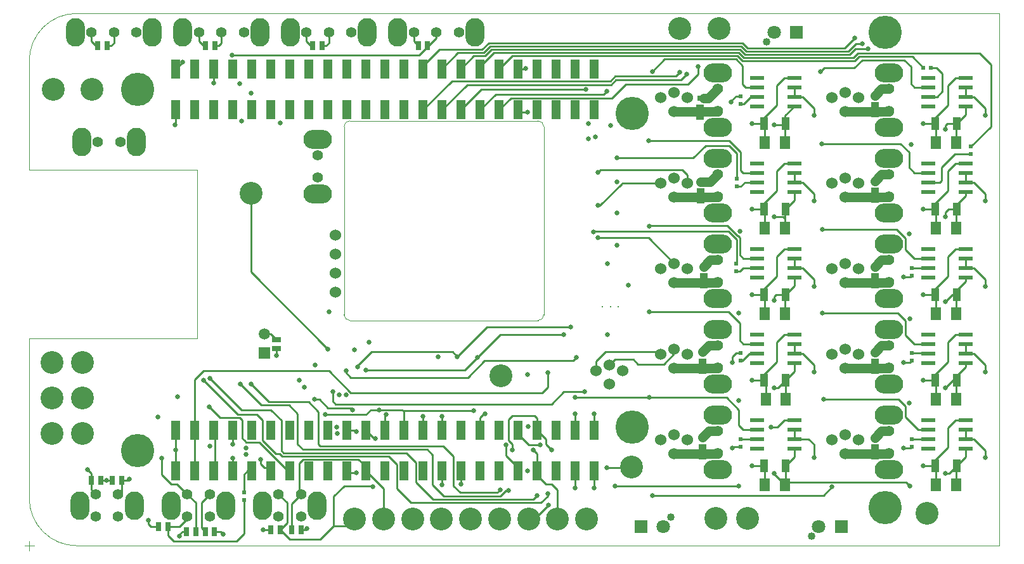
<source format=gbl>
G04 Layer_Physical_Order=4*
G04 Layer_Color=16711680*
%FSLAX25Y25*%
%MOIN*%
G70*
G01*
G75*
%ADD10R,0.02362X0.01968*%
%ADD12R,0.07756X0.02362*%
%ADD15R,0.01968X0.02362*%
%ADD18R,0.05118X0.02559*%
%ADD20R,0.05669X0.07165*%
%ADD22R,0.04488X0.06968*%
%ADD27C,0.01000*%
%ADD29C,0.05000*%
%ADD30C,0.00100*%
%ADD31C,0.05500*%
%ADD32O,0.10000X0.15000*%
%ADD33C,0.12000*%
%ADD34C,0.07087*%
%ADD35R,0.07087X0.07087*%
%ADD36O,0.15000X0.10000*%
%ADD37C,0.06000*%
%ADD38R,0.05905X0.05905*%
%ADD39C,0.05905*%
%ADD40C,0.17500*%
%ADD41C,0.01181*%
%ADD42C,0.02600*%
%ADD43C,0.04016*%
%ADD59R,0.02559X0.05118*%
%ADD60R,0.05000X0.10000*%
%ADD61R,0.04331X0.07874*%
%ADD62R,0.03150X0.03150*%
D10*
X473937Y251500D02*
D03*
X470000D02*
D03*
D12*
X402224Y51201D02*
D03*
Y56201D02*
D03*
Y61201D02*
D03*
Y66201D02*
D03*
X382776D02*
D03*
Y61201D02*
D03*
Y56201D02*
D03*
Y51201D02*
D03*
X492224D02*
D03*
Y56201D02*
D03*
Y61201D02*
D03*
Y66201D02*
D03*
X472776D02*
D03*
Y61201D02*
D03*
Y56201D02*
D03*
Y51201D02*
D03*
X402224Y96201D02*
D03*
Y101201D02*
D03*
Y106201D02*
D03*
Y111201D02*
D03*
X382776D02*
D03*
Y106201D02*
D03*
Y101201D02*
D03*
Y96201D02*
D03*
X492224D02*
D03*
Y101201D02*
D03*
Y106201D02*
D03*
Y111201D02*
D03*
X472776D02*
D03*
Y106201D02*
D03*
Y101201D02*
D03*
Y96201D02*
D03*
X402224Y141201D02*
D03*
Y146201D02*
D03*
Y151201D02*
D03*
Y156201D02*
D03*
X382776D02*
D03*
Y151201D02*
D03*
Y146201D02*
D03*
Y141201D02*
D03*
X492224D02*
D03*
Y146201D02*
D03*
Y151201D02*
D03*
Y156201D02*
D03*
X472776D02*
D03*
Y151201D02*
D03*
Y146201D02*
D03*
Y141201D02*
D03*
X402224Y186201D02*
D03*
Y191201D02*
D03*
Y196201D02*
D03*
Y201201D02*
D03*
X382776D02*
D03*
Y196201D02*
D03*
Y191201D02*
D03*
Y186201D02*
D03*
X492224D02*
D03*
Y191201D02*
D03*
Y196201D02*
D03*
Y201201D02*
D03*
X472776D02*
D03*
Y196201D02*
D03*
Y191201D02*
D03*
Y186201D02*
D03*
X402224Y231201D02*
D03*
Y236201D02*
D03*
Y241201D02*
D03*
Y246201D02*
D03*
X382776D02*
D03*
Y241201D02*
D03*
Y236201D02*
D03*
Y231201D02*
D03*
X492224D02*
D03*
Y236201D02*
D03*
Y241201D02*
D03*
Y246201D02*
D03*
X472776D02*
D03*
Y241201D02*
D03*
Y236201D02*
D03*
Y231201D02*
D03*
D15*
X374000Y232531D02*
D03*
Y236469D02*
D03*
X372000Y189032D02*
D03*
Y192968D02*
D03*
X464000Y55968D02*
D03*
Y52031D02*
D03*
X374000Y97531D02*
D03*
Y101469D02*
D03*
X464000Y101469D02*
D03*
Y97531D02*
D03*
X374000Y55937D02*
D03*
Y52000D02*
D03*
X371500Y144532D02*
D03*
Y148468D02*
D03*
X464000Y145968D02*
D03*
Y142032D02*
D03*
X495000Y206031D02*
D03*
Y209968D02*
D03*
X113000Y24032D02*
D03*
Y27968D02*
D03*
D18*
X130000Y108500D02*
D03*
Y103579D02*
D03*
D20*
X397260Y32000D02*
D03*
X386740D02*
D03*
X487260D02*
D03*
X476740D02*
D03*
X397760Y77000D02*
D03*
X387240D02*
D03*
X487260D02*
D03*
X476740D02*
D03*
X397260Y122000D02*
D03*
X386740D02*
D03*
X487260D02*
D03*
X476740D02*
D03*
X397260Y167000D02*
D03*
X386740D02*
D03*
X487260D02*
D03*
X476740D02*
D03*
X397260Y212000D02*
D03*
X386740D02*
D03*
X487260D02*
D03*
X476740D02*
D03*
D22*
X397669Y42201D02*
D03*
X386331D02*
D03*
X487669D02*
D03*
X476331D02*
D03*
X397669Y87201D02*
D03*
X386331D02*
D03*
X487669D02*
D03*
X476331D02*
D03*
X397669Y132201D02*
D03*
X386331D02*
D03*
X487669D02*
D03*
X476331D02*
D03*
X397669Y177201D02*
D03*
X386331D02*
D03*
X487669D02*
D03*
X476331D02*
D03*
X397669Y222201D02*
D03*
X386331D02*
D03*
X487669D02*
D03*
X476331D02*
D03*
D27*
X205036Y258000D02*
X214000Y266964D01*
Y270000D01*
X106500Y258000D02*
X205036D01*
X215500Y261000D02*
X238000D01*
X206900Y252400D02*
X215500Y261000D01*
X206900Y250748D02*
Y252400D01*
X202200Y265300D02*
X204500Y263000D01*
X202200Y265300D02*
Y270000D01*
X156000Y263000D02*
X157500Y264500D01*
X154000Y263000D02*
X156000D01*
X145700Y265300D02*
X148000Y263000D01*
X145700Y265300D02*
Y270000D01*
X101000Y264500D02*
Y270000D01*
X99500Y263000D02*
X101000Y264500D01*
X97500Y263000D02*
X99500D01*
X89200Y265300D02*
X91500Y263000D01*
X89200Y265300D02*
Y270000D01*
X123500Y41000D02*
X126900D01*
X120801Y54548D02*
X136097Y39252D01*
X113200Y55251D02*
Y55251D01*
X113151Y55300D02*
X113200Y55251D01*
X113151Y55300D02*
X113151D01*
X113903Y54548D02*
X120801D01*
X113200Y55251D02*
X113903Y54548D01*
X112000Y56451D02*
X113151Y55300D01*
X119500Y69000D02*
X122500Y66000D01*
Y55500D02*
Y66000D01*
X112000Y56451D02*
Y66000D01*
X110700Y67300D02*
X112000Y66000D01*
X136097Y39252D02*
X136900D01*
X129500Y48500D02*
X131596D01*
X122500Y55500D02*
X129500Y48500D01*
X121500Y43000D02*
Y45500D01*
X107000Y53500D02*
Y60648D01*
X106900Y60748D02*
X107000Y60648D01*
X106900Y45900D02*
X107000Y46000D01*
X106900Y39252D02*
Y45900D01*
X113000Y37500D02*
X114752Y39252D01*
X113000Y27968D02*
Y37500D01*
X114752Y39252D02*
X116900D01*
X76000Y2500D02*
X109000D01*
X73000Y5500D02*
X76000Y2500D01*
X109000D02*
X113000Y6500D01*
X80500Y7500D02*
X82579D01*
X79000Y6000D02*
X80500Y7500D01*
X79000Y5000D02*
Y6000D01*
X100500Y7500D02*
X102000Y6000D01*
X97421Y7500D02*
X100500D01*
X90500Y9500D02*
X92500Y7500D01*
X83000Y14000D02*
Y15294D01*
X79000Y10000D02*
X83000Y14000D01*
X73000Y10000D02*
X79000D01*
X73000Y5500D02*
Y10000D01*
X145500Y8500D02*
X146000Y9000D01*
X142921Y8500D02*
X145500D01*
X131100Y27106D02*
X135500Y22705D01*
Y12079D02*
Y22705D01*
X131921Y8500D02*
X135500Y12079D01*
X123000Y8500D02*
X127000D01*
X131921D02*
X136921Y3500D01*
X138000Y22206D02*
X142900Y27106D01*
X138000Y8500D02*
Y22206D01*
X153000Y3500D02*
X160000Y10500D01*
X136921Y3500D02*
X153000D01*
X142000Y43549D02*
X143903Y45452D01*
X142000Y28005D02*
Y43549D01*
Y28005D02*
X142900Y27106D01*
X131596Y48500D02*
X132944Y47152D01*
X133648Y48852D02*
X198148D01*
X132500Y50000D02*
X133648Y48852D01*
X143903Y45452D02*
X173048D01*
X209248Y50552D02*
X212000Y47800D01*
X198148Y48852D02*
X203200Y43800D01*
X188897Y47152D02*
X190600Y45449D01*
X132944Y47152D02*
X188897D01*
X143900Y50552D02*
X209248D01*
X141000Y53452D02*
X143900Y50552D01*
X173048Y45452D02*
X176900Y41600D01*
Y39252D02*
Y41600D01*
X135652Y40500D02*
X136900Y39252D01*
X83000Y27106D02*
X83951D01*
X90500Y9500D02*
Y22806D01*
X113000Y6500D02*
Y24032D01*
X83000Y27106D02*
X87500Y22605D01*
Y7500D02*
Y22605D01*
X90500Y22806D02*
X94800Y27106D01*
X81500Y13794D02*
X83000Y15294D01*
X64000Y10000D02*
X68079D01*
X62500Y11500D02*
X64000Y10000D01*
X62500Y11500D02*
Y13500D01*
X77605Y32500D02*
X83000Y27106D01*
X52000Y34500D02*
X52500Y35000D01*
X48500Y34500D02*
X52000D01*
X30500Y40000D02*
X32579Y37921D01*
Y34500D02*
Y37921D01*
Y29477D02*
Y34500D01*
X46750Y27106D02*
X48500Y28855D01*
Y34500D01*
X32579Y29477D02*
X34950Y27106D01*
X37500Y34500D02*
X40500D01*
X37421D02*
X37500D01*
X40500D02*
X43500D01*
X296500Y165000D02*
X297000Y165500D01*
X472776Y191201D02*
X478701D01*
X479500Y192000D01*
Y199000D01*
X486531Y206031D01*
X495000D01*
Y209968D02*
X505500Y220468D01*
X472543Y145968D02*
X472776Y146201D01*
X464000Y145968D02*
X472543D01*
X463469Y141500D02*
X464000Y142032D01*
X459500Y141500D02*
X463469D01*
X472508Y101469D02*
X472776Y101201D01*
X464000Y101469D02*
X472508D01*
X462968Y96500D02*
X464000Y97531D01*
X459500Y96500D02*
X462968D01*
X472543Y55968D02*
X472776Y56201D01*
X464000Y55968D02*
X472543D01*
X463469Y51500D02*
X464000Y52031D01*
X459500Y51500D02*
X463469D01*
X467299Y61201D02*
X472776D01*
X460700Y67800D02*
X467299Y61201D01*
X369500Y51500D02*
X370000Y52000D01*
X374000D01*
X382512Y55937D02*
X382776Y56201D01*
X374000Y55937D02*
X382512D01*
X378701Y101201D02*
X382776D01*
X375031Y97531D02*
X378701Y101201D01*
X374000Y97531D02*
X375031D01*
X371468Y101469D02*
X374000D01*
X369500Y99500D02*
X371468Y101469D01*
X369500Y96500D02*
Y99500D01*
X371800Y148602D02*
Y161200D01*
X375201Y146201D02*
X382776D01*
X373532Y144532D02*
X375201Y146201D01*
X371500Y144532D02*
X373532D01*
X376201Y191201D02*
X382776D01*
X374031Y189032D02*
X376201Y191201D01*
X372000Y189032D02*
X374031D01*
X379201Y236201D02*
X382776D01*
X375532Y232531D02*
X379201Y236201D01*
X374000Y232531D02*
X375532D01*
X371468Y236469D02*
X374000D01*
X369000Y234000D02*
X371468Y236469D01*
X369000Y233500D02*
Y234000D01*
X464200Y257300D02*
X470000Y251500D01*
X473937D02*
X477000D01*
X480000Y248500D01*
Y239000D02*
Y248500D01*
X477201Y236201D02*
X480000Y239000D01*
X472776Y236201D02*
X477201D01*
X123500Y111500D02*
X127000D01*
X267000Y37000D02*
Y48500D01*
X96900Y39252D02*
X97500Y39852D01*
X305904Y242500D02*
X308404Y245000D01*
X230148Y242500D02*
X305904D01*
X435652Y259000D02*
X499500D01*
X306308Y235500D02*
X313508Y242700D01*
X342535Y245000D02*
X345500Y247965D01*
X340000Y247000D02*
X342000Y249000D01*
X308000Y247000D02*
X340000D01*
X313508Y242700D02*
X346300D01*
X417800Y251300D02*
X433704D01*
X416000Y249500D02*
X417800Y251300D01*
X121500Y43000D02*
X123500Y41000D01*
X190600Y45400D02*
X193200Y42800D01*
X190600Y45400D02*
Y45449D01*
X217500Y52500D02*
X223000Y47000D01*
X152900Y52500D02*
X217500D01*
X152000Y53400D02*
X152900Y52500D01*
X76900Y39252D02*
Y39952D01*
X86900Y39252D02*
Y60748D01*
X76900Y50500D02*
Y60748D01*
X302000Y237500D02*
X303500Y239000D01*
X245148Y237500D02*
X302000D01*
X361900Y138500D02*
X362000Y138600D01*
X236900Y229252D02*
X245148Y237500D01*
X253148Y235500D02*
X306308D01*
X246900Y229252D02*
X253148Y235500D01*
X237648Y240000D02*
X292500D01*
X412500Y46500D02*
Y53500D01*
X409799Y56201D02*
X412500Y53500D01*
X402224Y56201D02*
X409799D01*
X222500Y102000D02*
X225000Y99500D01*
X180000Y102000D02*
X222500D01*
X285800Y97300D02*
X287500Y99000D01*
X239300Y97300D02*
X285800D01*
X247500Y29500D02*
X248000D01*
X246000Y28000D02*
X247500Y29500D01*
X239000Y69500D02*
X239750D01*
X392701Y132201D02*
X397669D01*
X391500Y131000D02*
X392701Y132201D01*
X391500Y129000D02*
Y131000D01*
X482701Y222201D02*
X487669D01*
X481500Y221000D02*
X482701Y222201D01*
X481500Y219000D02*
Y221000D01*
X483201Y177201D02*
X487260D01*
X481500Y175500D02*
X483201Y177201D01*
X481500Y173000D02*
Y175500D01*
X485201Y132201D02*
X487260D01*
X481500Y128500D02*
X485201Y132201D01*
X485701Y87201D02*
X487260D01*
X481500Y83000D02*
X485701Y87201D01*
X397669Y132201D02*
X402224Y136756D01*
X397260Y131791D02*
X397669Y132201D01*
X397260Y122000D02*
Y131791D01*
Y32000D02*
X397669Y32409D01*
Y42201D01*
X393299Y62500D02*
X397000Y66201D01*
X390000Y62500D02*
X393299D01*
X159500Y76000D02*
X161000Y74500D01*
X159500Y76000D02*
Y81000D01*
X476331Y132201D02*
X476740Y131791D01*
Y122000D02*
Y131791D01*
X487260Y133992D02*
X492224Y138957D01*
X386331Y177201D02*
X386740Y176791D01*
Y167000D02*
Y176791D01*
X386331Y132201D02*
X386740Y131791D01*
Y122000D02*
Y131791D01*
X476331Y222201D02*
X476740Y221791D01*
Y212000D02*
Y221791D01*
X487669Y222201D02*
X492224Y226756D01*
X487260Y221791D02*
X487669Y222201D01*
X487260Y212000D02*
Y221791D01*
X476331Y177201D02*
X476740Y176791D01*
Y167000D02*
Y176791D01*
X487260Y178992D02*
X492224Y183957D01*
X397260Y172000D02*
Y176791D01*
Y167000D02*
Y172000D01*
X396260Y173000D02*
X397260Y172000D01*
X391500Y173000D02*
X396260D01*
X397669Y177201D02*
X402224Y181756D01*
X397260Y176791D02*
X397669Y177201D01*
X402224Y181756D02*
Y186201D01*
X476331Y87201D02*
X476740Y86791D01*
Y77000D02*
Y86791D01*
X487260Y88992D02*
X492224Y93957D01*
X393468Y83000D02*
X397669Y87201D01*
X391500Y83000D02*
X393468D01*
X386331Y87201D02*
X387240Y86291D01*
Y77000D02*
Y86291D01*
X397669Y77091D02*
X397760Y77000D01*
X397669Y77091D02*
Y87201D01*
X402224Y91756D01*
Y96201D01*
X487669Y42201D02*
X492224Y46756D01*
Y51201D01*
X483468Y38000D02*
X487260Y41791D01*
X487669Y42201D01*
X487260Y32000D02*
Y41791D01*
X391500Y37760D02*
X397260Y32000D01*
X391500Y37760D02*
Y38000D01*
X386331Y42201D02*
X386740Y41791D01*
Y32000D02*
Y41791D01*
X397669Y42201D02*
X402224Y46756D01*
X476331Y42201D02*
X476740Y41791D01*
Y32000D02*
Y41791D01*
X481500Y38000D02*
X483468D01*
X396559Y221500D02*
X397260Y222201D01*
X391500Y221500D02*
X396559D01*
X386331Y222201D02*
X386740Y221791D01*
Y212000D02*
Y221791D01*
X397260Y226236D02*
X402224Y231201D01*
X130000Y100000D02*
Y103579D01*
X127000Y111500D02*
X130000Y108500D01*
X216900Y250748D02*
X225452Y259300D01*
X157500Y264500D02*
Y270000D01*
X32700Y265300D02*
Y270000D01*
Y265300D02*
X35000Y263000D01*
X41000D02*
X43000D01*
X44500Y264500D01*
Y270000D01*
X256900Y250748D02*
X260748D01*
X217000Y32000D02*
Y39152D01*
X286900Y30600D02*
Y39252D01*
X296900Y30600D02*
Y39252D01*
X176900D02*
X186250Y29902D01*
X176900Y60748D02*
X181148Y56500D01*
X333500Y95500D02*
X339000Y101000D01*
X272500Y83500D02*
Y91000D01*
X287000Y78000D02*
X326000D01*
X69500Y37455D02*
Y46000D01*
X262500Y14000D02*
X265500D01*
X167500Y10500D02*
X171000Y14000D01*
X169000Y72500D02*
X170000Y71500D01*
X157000Y72500D02*
X169000D01*
X152500Y77000D02*
X157000Y72500D01*
X150000Y77000D02*
X152500D01*
X146800Y75700D02*
X152000Y70500D01*
X265500Y14000D02*
X273000Y21500D01*
X277750Y14000D02*
Y29250D01*
X274500Y32500D02*
X277750Y29250D01*
X186250Y14000D02*
Y29902D01*
X180500Y31000D02*
Y31500D01*
X160000Y10500D02*
X167500D01*
X74500Y32500D02*
X77605D01*
X73948Y33052D02*
X74500Y32500D01*
X73903Y33052D02*
X73948D01*
X69500Y37455D02*
X73903Y33052D01*
X393000Y231701D02*
Y242201D01*
X397000Y246201D01*
X402224D01*
Y236201D02*
Y241201D01*
X406500Y236201D02*
X412500Y230201D01*
X402224Y236201D02*
X406500D01*
X412500Y226500D02*
Y230201D01*
X380000Y222000D02*
X384531D01*
X361900Y228500D02*
X362000Y228600D01*
X308404Y245000D02*
X342535D01*
X305500Y244500D02*
X308000Y247000D01*
X222148Y244500D02*
X305500D01*
X260748Y250748D02*
X261000Y251000D01*
X380000Y42000D02*
X384531D01*
X380000Y87000D02*
X384531D01*
X380000Y132000D02*
X384531D01*
X380000Y177000D02*
X384531D01*
X470000Y222000D02*
X474532D01*
X470000Y177000D02*
X474532D01*
X470000Y132000D02*
X474532D01*
X470000Y87000D02*
X474532D01*
Y40402D02*
Y42000D01*
Y40402D02*
X476331Y42201D01*
X470000Y42000D02*
X474532D01*
X330500Y102000D02*
X331929Y100571D01*
X303000Y102000D02*
X330500D01*
X297929Y96929D02*
X303000Y102000D01*
X297929Y92071D02*
Y96929D01*
X236900Y67400D02*
X239000Y69500D01*
X223000Y31500D02*
Y47000D01*
X152000Y53400D02*
Y70500D01*
X125800Y75700D02*
X146800D01*
X116500Y85000D02*
X125800Y75700D01*
X141000Y53452D02*
Y69500D01*
X136500Y74000D02*
X141000Y69500D01*
X122000Y74000D02*
X136500D01*
X111000Y85000D02*
X122000Y74000D01*
X132500Y50000D02*
Y66000D01*
X127000Y71500D02*
X132500Y66000D01*
X181148Y56500D02*
X182000D01*
X91500Y92000D02*
X157536D01*
X86900Y87400D02*
X91500Y92000D01*
X157536D02*
X169035Y80500D01*
X308000Y31500D02*
X373000D01*
X96900Y250748D02*
X97000Y250648D01*
X281000Y81000D02*
X292000D01*
X161000Y74500D02*
X274500D01*
X166500Y91000D02*
Y92000D01*
X269500Y80500D02*
X272500Y83500D01*
X169035Y80500D02*
X269500D01*
X172000Y94000D02*
X172500D01*
X236900Y250748D02*
Y251900D01*
X258152Y228000D02*
X262000D01*
X256900Y229252D02*
X258152Y228000D01*
X226900Y250748D02*
X233752Y257600D01*
X76900Y250748D02*
X80500Y254348D01*
Y254500D01*
X186900Y68400D02*
X187500Y69000D01*
X166900Y39252D02*
X167652Y38500D01*
X172000D01*
X171252Y60748D02*
X172000Y60000D01*
X451900Y228500D02*
X452000Y228600D01*
X492224Y226756D02*
Y231201D01*
X502500Y226500D02*
Y230201D01*
X492224Y236201D02*
X496500D01*
X502500Y230201D01*
X492224Y236201D02*
Y241201D01*
X487000Y246201D02*
X492224D01*
X483000Y242201D02*
X487000Y246201D01*
X483000Y231701D02*
Y242201D01*
X465201Y241201D02*
X472776D01*
X296900Y30600D02*
X297000Y30500D01*
X286900Y30600D02*
X287000Y30500D01*
X96900Y60748D02*
X97500Y60148D01*
X86900Y39252D02*
X86950Y39202D01*
X226900Y32600D02*
X227000Y32500D01*
X216900Y39252D02*
X217000Y39152D01*
X375201Y61201D02*
X382776D01*
X402224Y56201D02*
Y61201D01*
X397000Y66201D02*
X402224D01*
Y46756D02*
Y51201D01*
X361900Y48500D02*
X362000Y48600D01*
X492224Y56201D02*
Y61201D01*
X487000Y66201D02*
X492224D01*
X483000Y62201D02*
X487000Y66201D01*
X483000Y51701D02*
Y62201D01*
X502500Y46500D02*
Y50201D01*
X492224Y56201D02*
X496500D01*
X502500Y50201D01*
X451900Y48500D02*
X452000Y48600D01*
X375201Y106201D02*
X382776D01*
X402224Y101201D02*
Y106201D01*
X397000Y111201D02*
X402224D01*
X393000Y107201D02*
X397000Y111201D01*
X393000Y96701D02*
Y107201D01*
X412500Y91500D02*
Y95201D01*
X402224Y101201D02*
X406500D01*
X412500Y95201D01*
X361900Y93500D02*
X362000Y93600D01*
X465201Y106201D02*
X472776D01*
X492224Y101201D02*
Y106201D01*
X487000Y111201D02*
X492224D01*
X483000Y107201D02*
X487000Y111201D01*
X483000Y96701D02*
Y107201D01*
X492224Y93957D02*
Y96201D01*
X502500Y91500D02*
Y95201D01*
X492224Y101201D02*
X496500D01*
X502500Y95201D01*
X451900Y93500D02*
X452000Y93600D01*
X375201Y151201D02*
X382776D01*
X402224Y146201D02*
Y151201D01*
X397000Y156201D02*
X402224D01*
X393000Y152201D02*
X397000Y156201D01*
X393000Y141701D02*
Y152201D01*
X402224Y136756D02*
Y141201D01*
X412500Y136500D02*
Y140201D01*
X402224Y146201D02*
X406500D01*
X412500Y140201D01*
X465201Y151201D02*
X472776D01*
X492224Y146201D02*
Y151201D01*
X487000Y156201D02*
X492224D01*
X483000Y152201D02*
X487000Y156201D01*
X483000Y141701D02*
Y152201D01*
X492224Y138957D02*
Y141201D01*
X502500Y136500D02*
Y140201D01*
X492224Y146201D02*
X496500D01*
X502500Y140201D01*
X451900Y138500D02*
X452000Y138600D01*
X375201Y196201D02*
X382776D01*
X402224Y191201D02*
Y196201D01*
X397000Y201201D02*
X402224D01*
X393000Y197201D02*
X397000Y201201D01*
X393000Y186701D02*
Y197201D01*
X361900Y183500D02*
X362000Y183600D01*
X465201Y196201D02*
X472776D01*
X492224Y191201D02*
Y196201D01*
X487000Y201201D02*
X492224D01*
X483000Y197201D02*
X487000Y201201D01*
X483000Y186701D02*
Y197201D01*
X492224Y183957D02*
Y186201D01*
X502500Y181500D02*
Y185201D01*
X492224Y191201D02*
X496500D01*
X502500Y185201D01*
X451900Y183500D02*
X452000Y183600D01*
X339000Y101000D02*
Y103500D01*
X320000Y95500D02*
X333500D01*
X317500Y98000D02*
X320000Y95500D01*
X308000Y98000D02*
X317500D01*
X305000Y95000D02*
X308000Y98000D01*
X346071Y190571D02*
Y194929D01*
X274500Y74500D02*
X281000Y81000D01*
X193200Y29896D02*
Y42800D01*
X223000Y31500D02*
X226500Y28000D01*
X246000D01*
X250535Y29000D02*
X252000D01*
X212000Y32000D02*
X218000Y26000D01*
X247535D01*
X250535Y29000D01*
X212000Y32000D02*
Y47800D01*
X203200Y33300D02*
Y43800D01*
Y33300D02*
X212200Y24300D01*
X264800D01*
X267000Y26500D01*
X272500Y26000D02*
Y27500D01*
X193200Y29896D02*
X200496Y22600D01*
X269100D01*
X272500Y26000D01*
X160000Y10500D02*
Y26000D01*
X166500Y91000D02*
X169000Y88500D01*
X230500D01*
X239300Y97300D01*
X434500Y264000D02*
X438000D01*
X434404Y261500D02*
X441000D01*
X373500Y107902D02*
X375201Y106201D01*
X373500Y152902D02*
X375201Y151201D01*
X373500Y152902D02*
Y162000D01*
X372500Y163000D02*
X373500Y162000D01*
X372464Y163000D02*
X372500D01*
X371000Y164464D02*
X372464Y163000D01*
X371000Y164464D02*
Y164500D01*
X367000Y168500D02*
X371000Y164500D01*
X374000Y197402D02*
X375201Y196201D01*
X368000Y213000D02*
X374000Y207000D01*
Y197402D02*
Y207000D01*
X355500Y210500D02*
X368000D01*
X372000Y206500D01*
Y193402D02*
Y206500D01*
X376500Y241201D02*
X382776D01*
X246900Y250748D02*
X253852Y257700D01*
X375000Y242701D02*
X376500Y241201D01*
X375000Y242701D02*
Y252479D01*
X327500Y249500D02*
X334000Y256000D01*
X346300Y242700D02*
X351500Y247900D01*
Y252000D01*
X371479Y256000D02*
X375000Y252479D01*
X253852Y257700D02*
X372183D01*
X334000Y256000D02*
X371479D01*
X460700Y110702D02*
X465201Y106201D01*
X460700Y155702D02*
X465201Y151201D01*
X433704Y251300D02*
X437904Y255500D01*
X505500Y220468D02*
Y253000D01*
X499500Y259000D02*
X505500Y253000D01*
X406500Y191201D02*
X412500Y185201D01*
X402224Y191201D02*
X406500D01*
X412500Y181500D02*
Y185201D01*
X184000Y71500D02*
X196000D01*
X196500Y71000D01*
X196900Y70600D01*
X196500Y71000D02*
X233500D01*
X186900Y60748D02*
Y68400D01*
X166900Y60748D02*
X171252D01*
X286900D02*
Y69400D01*
X296900Y60748D02*
Y69400D01*
X236900Y60748D02*
Y67400D01*
X75000Y41152D02*
X76900Y39252D01*
X217000Y60848D02*
Y68000D01*
X207000Y60848D02*
Y68000D01*
X196900Y60748D02*
Y70600D01*
X86900Y60748D02*
Y87400D01*
X226900Y32600D02*
Y39252D01*
X97500Y39852D02*
Y60148D01*
X216900Y229252D02*
X230148Y242500D01*
X226900Y229252D02*
X237648Y240000D01*
X206900Y229252D02*
X222148Y244500D01*
X97000Y243500D02*
Y250648D01*
X76500Y221500D02*
X76900Y221900D01*
Y229252D01*
X303500Y41000D02*
X316000D01*
X316500Y41500D01*
X179500Y71500D02*
X184000D01*
X177000Y69000D02*
X179500Y71500D01*
X155500Y69000D02*
X177000D01*
X265000Y50500D02*
X267000Y48500D01*
Y37000D02*
X271500Y32500D01*
X274500D01*
X271500Y53500D02*
X274500Y50500D01*
X271500Y53500D02*
Y56148D01*
X266900Y60748D02*
X271500Y56148D01*
X250500Y47500D02*
Y53000D01*
Y47500D02*
X256900Y41100D01*
Y39252D02*
Y41100D01*
X254000Y50500D02*
Y53500D01*
X252000Y55500D02*
X254000Y53500D01*
X252000Y55500D02*
Y66500D01*
X254000Y68500D01*
X265500D01*
X266900Y67100D01*
Y60748D02*
Y67100D01*
X256900Y58600D02*
Y60748D01*
Y58600D02*
X262500Y53000D01*
X268500D01*
X238000Y261000D02*
X241500Y264500D01*
X375000D01*
X225452Y259300D02*
X238800D01*
X242300Y262800D01*
X374296D01*
X236900Y251900D02*
X244400Y259400D01*
X372887D01*
X233752Y257600D02*
X239600D01*
X243100Y261100D01*
X373592D01*
X377747Y261753D02*
X428753D01*
X375000Y264500D02*
X377747Y261753D01*
X428753D02*
X434000Y267000D01*
X374296Y262800D02*
X377043Y260053D01*
X430553D01*
X434500Y264000D01*
X373592Y261100D02*
X376339Y258353D01*
X431257D01*
X434404Y261500D01*
X372887Y259400D02*
X375635Y256653D01*
X433305D01*
X435652Y259000D01*
X372183Y257700D02*
X374931Y254953D01*
X434009D01*
X436356Y257300D02*
X464200D01*
X434009Y254953D02*
X436356Y257300D01*
X116500Y144000D02*
Y185500D01*
Y144000D02*
X157000Y103500D01*
X373000Y63402D02*
X375201Y61201D01*
X373000Y63402D02*
Y71500D01*
X373500Y107902D02*
Y117000D01*
X462500Y198902D02*
X465201Y196201D01*
X462500Y198902D02*
Y207000D01*
X456000Y166500D02*
X460700Y161800D01*
Y155702D02*
Y161800D01*
X460500Y118465D02*
Y118500D01*
Y118465D02*
X460700Y118264D01*
Y110702D02*
Y118264D01*
X457000Y77000D02*
X460000Y74000D01*
Y73965D02*
Y74000D01*
Y73965D02*
X460700Y73264D01*
Y67800D02*
Y73264D01*
X417500Y26500D02*
X422000Y31000D01*
X327500Y26500D02*
X417500D01*
X297000Y165500D02*
X367500D01*
X300279Y197700D02*
X343300D01*
X299000Y196421D02*
X300279Y197700D01*
X343300D02*
X346071Y194929D01*
X463500Y242902D02*
X465201Y241201D01*
X437904Y255500D02*
X460000D01*
X463500Y252000D01*
Y242902D02*
Y252000D01*
X398760Y33500D02*
X461000D01*
X463000Y31500D01*
X397669Y32409D02*
X398760Y33500D01*
X397260Y222201D02*
Y226236D01*
Y212000D02*
Y222201D01*
X487260Y77000D02*
Y87201D01*
Y88992D01*
Y122000D02*
Y132201D01*
Y133992D01*
Y167000D02*
Y177201D01*
Y178992D01*
X417500Y77000D02*
X457000D01*
X417000Y122500D02*
X456500D01*
X460500Y118500D01*
X417000Y166500D02*
X456000D01*
X458000Y211500D02*
X462500Y207000D01*
X416500Y211500D02*
X458000D01*
X325500Y213000D02*
X368000D01*
X309000Y204000D02*
X349000D01*
X355500Y210500D01*
X326500Y168500D02*
X367000D01*
X326000Y168000D02*
X326500Y168500D01*
X367500Y165500D02*
X371800Y161200D01*
X300000Y162000D02*
X325500D01*
X339000Y148500D01*
X326000Y123000D02*
X367500D01*
X373500Y117000D01*
X326000Y78000D02*
X366500D01*
X373000Y71500D01*
X225000Y99500D02*
X240500Y115000D01*
X284500D01*
X172000Y94000D02*
X180000Y102000D01*
X235500Y99000D02*
X247500Y111000D01*
X281000D01*
X177000Y92500D02*
X229000D01*
X235500Y99000D01*
X95000Y88000D02*
X111500Y71500D01*
X127000D01*
X91500Y87000D02*
X109500Y69000D01*
X119500D01*
X94500Y73000D02*
X100200Y67300D01*
X110700D01*
X160000Y26000D02*
X165500Y31500D01*
X180500D01*
X300004Y179000D02*
X311500Y190496D01*
Y190571D01*
X331929D01*
X299000Y179000D02*
X300004D01*
X77000Y40252D02*
Y50500D01*
X384531Y42000D02*
Y43232D01*
Y87000D02*
Y88232D01*
Y132000D02*
Y133232D01*
Y88232D02*
X393000Y96701D01*
X384531Y133232D02*
X393000Y141701D01*
X384531Y177000D02*
Y178232D01*
Y222000D02*
Y223232D01*
Y178232D02*
X393000Y186701D01*
X384531Y223232D02*
X393000Y231701D01*
X474532Y42000D02*
Y43232D01*
Y87000D02*
Y88232D01*
Y132000D02*
Y133232D01*
Y43232D02*
X483000Y51701D01*
X474532Y88232D02*
X483000Y96701D01*
X474532Y133232D02*
X483000Y141701D01*
X474532Y177000D02*
Y178232D01*
X483000Y186701D01*
X474532Y222000D02*
Y223232D01*
X483000Y231701D01*
D29*
X358080Y191480D02*
X362000Y195400D01*
X357100Y235500D02*
X362000Y240400D01*
X354500Y235500D02*
X357100D01*
X429000Y138500D02*
X451900D01*
X429000Y48500D02*
X451900D01*
X339000Y138500D02*
X361900D01*
X429000Y228500D02*
X451900D01*
X429000Y93500D02*
X451900D01*
X429000Y183500D02*
X451900D01*
X339000Y228500D02*
X361900D01*
X339000Y183500D02*
X361900D01*
X353000Y191480D02*
X358080D01*
X358120Y150400D02*
X362000D01*
X354500Y146780D02*
X358120Y150400D01*
X339000Y93500D02*
X361900D01*
X354000Y102000D02*
X357400Y105400D01*
X362000D01*
X339000Y48500D02*
X361900D01*
X357400Y60400D02*
X362000D01*
X354000Y57000D02*
X357400Y60400D01*
X448120D02*
X452000D01*
X444500Y56779D02*
X448120Y60400D01*
Y105400D02*
X452000D01*
X444500Y101779D02*
X448120Y105400D01*
Y150400D02*
X452000D01*
X444500Y146780D02*
X448120Y150400D01*
Y195400D02*
X452000D01*
X444500Y191779D02*
X448120Y195400D01*
Y240400D02*
X452000D01*
X444500Y236779D02*
X448120Y240400D01*
X421650Y235921D02*
X422000Y235571D01*
D30*
X165500Y121500D02*
G03*
X168500Y118500I3000J0D01*
G01*
X267500D02*
G03*
X270500Y121500I0J3000D01*
G01*
Y220500D02*
G03*
X267500Y223500I-3000J0D01*
G01*
X0Y25000D02*
G03*
X25000Y0I25000J0D01*
G01*
Y280000D02*
G03*
X0Y255000I0J-25000D01*
G01*
X168500Y223500D02*
G03*
X165500Y220500I0J-3000D01*
G01*
X0Y-2500D02*
Y2500D01*
X-2500Y0D02*
X2500D01*
X25000Y280000D02*
X510000D01*
X0Y25000D02*
Y109100D01*
Y197800D02*
Y255000D01*
Y109100D02*
X88300D01*
X0Y197800D02*
X88300D01*
Y109100D02*
Y197800D01*
X270500Y121500D02*
Y220500D01*
X165500Y121500D02*
Y220500D01*
X168500Y118500D02*
X267500D01*
X168500Y223500D02*
X267500D01*
X510000Y0D02*
Y280000D01*
X25000Y0D02*
X510000D01*
D31*
X34950Y27106D02*
D03*
X46750D02*
D03*
Y15294D02*
D03*
X34950D02*
D03*
X452000Y240400D02*
D03*
Y228600D02*
D03*
X131100Y27106D02*
D03*
X142900D02*
D03*
Y15294D02*
D03*
X131100D02*
D03*
X151500Y205400D02*
D03*
Y193600D02*
D03*
X83000Y27106D02*
D03*
X94800D02*
D03*
Y15294D02*
D03*
X83000D02*
D03*
X36100Y212500D02*
D03*
X47900D02*
D03*
X225800Y270000D02*
D03*
X202200D02*
D03*
X214000D02*
D03*
X169300D02*
D03*
X145700D02*
D03*
X157500D02*
D03*
X112800D02*
D03*
X89200D02*
D03*
X101000D02*
D03*
X56300D02*
D03*
X32700D02*
D03*
X44500D02*
D03*
X362000Y240400D02*
D03*
Y228600D02*
D03*
X452000Y195400D02*
D03*
Y183600D02*
D03*
X362000Y195400D02*
D03*
Y183600D02*
D03*
X452000Y150400D02*
D03*
Y138600D02*
D03*
X362000Y150400D02*
D03*
Y138600D02*
D03*
X452000Y105400D02*
D03*
Y93600D02*
D03*
X362000Y105400D02*
D03*
Y93600D02*
D03*
X452000Y60400D02*
D03*
Y48600D02*
D03*
X362000Y60400D02*
D03*
Y48600D02*
D03*
D32*
X55200Y21200D02*
D03*
X26500D02*
D03*
X151350D02*
D03*
X122650D02*
D03*
X103250D02*
D03*
X74550D02*
D03*
X27650Y212500D02*
D03*
X56350D02*
D03*
X193750Y270000D02*
D03*
X234250D02*
D03*
X137250D02*
D03*
X177750D02*
D03*
X80750D02*
D03*
X121250D02*
D03*
X24250D02*
D03*
X64750D02*
D03*
D33*
X116500Y185500D02*
D03*
X316500Y41500D02*
D03*
X248000Y89500D02*
D03*
X28000Y96500D02*
D03*
X27800Y77650D02*
D03*
X11800D02*
D03*
X27800Y59000D02*
D03*
X11800D02*
D03*
X362500Y272000D02*
D03*
X342000D02*
D03*
X277750Y14000D02*
D03*
X262500D02*
D03*
X247250D02*
D03*
X293000D02*
D03*
X12000Y96500D02*
D03*
X186250Y14000D02*
D03*
X12500Y240000D02*
D03*
X171000Y14000D02*
D03*
X216750D02*
D03*
X232000D02*
D03*
X201500D02*
D03*
X377500Y14500D02*
D03*
X33000Y240000D02*
D03*
X361000Y14500D02*
D03*
X472000Y17000D02*
D03*
D34*
X415095Y10000D02*
D03*
X391595Y270000D02*
D03*
X333405Y10000D02*
D03*
D35*
X426905D02*
D03*
X403406Y270000D02*
D03*
X321595Y10000D02*
D03*
D36*
X452000Y248850D02*
D03*
Y220150D02*
D03*
X151500Y213850D02*
D03*
Y185150D02*
D03*
X362000Y248850D02*
D03*
Y220150D02*
D03*
X452000Y203850D02*
D03*
Y175150D02*
D03*
X362000Y203850D02*
D03*
Y175150D02*
D03*
X452000Y158850D02*
D03*
Y130150D02*
D03*
X362000Y158850D02*
D03*
Y130150D02*
D03*
X452000Y113850D02*
D03*
Y85150D02*
D03*
X362000Y113850D02*
D03*
Y85150D02*
D03*
X452000Y68850D02*
D03*
Y40150D02*
D03*
X362000Y68850D02*
D03*
Y40150D02*
D03*
D37*
X339000Y228500D02*
D03*
X346071Y235571D02*
D03*
X331929D02*
D03*
X339000Y238500D02*
D03*
X161000Y163500D02*
D03*
Y133500D02*
D03*
Y143500D02*
D03*
Y153500D02*
D03*
X305000Y85000D02*
D03*
X312071Y92071D02*
D03*
X297929D02*
D03*
X305000Y95000D02*
D03*
X429000Y238500D02*
D03*
X421929Y235571D02*
D03*
X436071D02*
D03*
X429000Y228500D02*
D03*
Y193500D02*
D03*
X421929Y190571D02*
D03*
X436071D02*
D03*
X429000Y183500D02*
D03*
X339000D02*
D03*
X346071Y190571D02*
D03*
X331929D02*
D03*
X339000Y193500D02*
D03*
X429000Y148500D02*
D03*
X421929Y145571D02*
D03*
X436071D02*
D03*
X429000Y138500D02*
D03*
X339000D02*
D03*
X346071Y145571D02*
D03*
X331929D02*
D03*
X339000Y148500D02*
D03*
X429000Y103500D02*
D03*
X421929Y100571D02*
D03*
X436071D02*
D03*
X429000Y93500D02*
D03*
Y58500D02*
D03*
X421929Y55571D02*
D03*
X436071D02*
D03*
X429000Y48500D02*
D03*
X339000D02*
D03*
X346071Y55571D02*
D03*
X331929D02*
D03*
X339000Y58500D02*
D03*
Y93500D02*
D03*
X346071Y100571D02*
D03*
X331929D02*
D03*
X339000Y103500D02*
D03*
D38*
X123500Y101500D02*
D03*
D39*
Y111500D02*
D03*
D40*
X316900Y227500D02*
D03*
X56900Y240000D02*
D03*
X316900Y62500D02*
D03*
X56900Y50000D02*
D03*
X450000Y270000D02*
D03*
Y20000D02*
D03*
D41*
X305500Y125811D02*
D03*
X309555D02*
D03*
X301445D02*
D03*
D42*
X114000Y51500D02*
D03*
Y48000D02*
D03*
X121500Y45500D02*
D03*
X107000Y53500D02*
D03*
Y46000D02*
D03*
X79000Y5000D02*
D03*
X102000Y6000D02*
D03*
X146000Y9000D02*
D03*
X123000Y8500D02*
D03*
X62500Y13500D02*
D03*
X52500Y35000D02*
D03*
X30500Y40000D02*
D03*
X40500Y34500D02*
D03*
X296500Y165000D02*
D03*
X463000Y119500D02*
D03*
X462500Y164000D02*
D03*
X345500Y247965D02*
D03*
X342000Y249000D02*
D03*
X305500Y221000D02*
D03*
X303500Y239000D02*
D03*
X292500Y240000D02*
D03*
X463000Y31500D02*
D03*
X463500Y211000D02*
D03*
X462500Y75000D02*
D03*
X373000Y122500D02*
D03*
X373500Y165500D02*
D03*
X247500Y29500D02*
D03*
X142000Y87000D02*
D03*
X157500Y123000D02*
D03*
X239750Y69500D02*
D03*
X162000Y59000D02*
D03*
X262331Y62831D02*
D03*
X391500Y129000D02*
D03*
X481500Y219000D02*
D03*
Y173000D02*
D03*
Y128500D02*
D03*
Y83000D02*
D03*
X390000Y62500D02*
D03*
X159500Y81000D02*
D03*
X215000Y99500D02*
D03*
X391500Y173000D02*
D03*
Y221500D02*
D03*
X67500Y67740D02*
D03*
X78000Y78260D02*
D03*
X130000Y100000D02*
D03*
X94500Y73000D02*
D03*
X161500Y62500D02*
D03*
X170000Y71500D02*
D03*
X150000Y77000D02*
D03*
X274500Y50500D02*
D03*
X273000Y21500D02*
D03*
X180500Y31000D02*
D03*
X69500Y46000D02*
D03*
X327500Y249500D02*
D03*
X416000D02*
D03*
X412500Y226500D02*
D03*
X380000Y222000D02*
D03*
X369500Y96500D02*
D03*
Y51500D02*
D03*
X261000Y251000D02*
D03*
X441000Y261500D02*
D03*
X434000Y267000D02*
D03*
X438000Y264000D02*
D03*
X459500Y141500D02*
D03*
Y96500D02*
D03*
Y51500D02*
D03*
X304000Y111000D02*
D03*
Y148500D02*
D03*
X309000Y191532D02*
D03*
X309000Y158000D02*
D03*
X299000Y179000D02*
D03*
X309000Y175000D02*
D03*
X262000Y39500D02*
D03*
X144500Y83500D02*
D03*
X254000Y50500D02*
D03*
X265000D02*
D03*
X250500Y53000D02*
D03*
X268500D02*
D03*
X182000Y56500D02*
D03*
X116500Y85000D02*
D03*
X111000D02*
D03*
X95000Y88000D02*
D03*
X91500Y87000D02*
D03*
X97000Y243500D02*
D03*
X373000Y31500D02*
D03*
X76500Y221500D02*
D03*
X110500Y243000D02*
D03*
X281000Y111000D02*
D03*
X284500Y115000D02*
D03*
X292000Y81000D02*
D03*
X166500Y92000D02*
D03*
X287500Y99000D02*
D03*
X272500Y91000D02*
D03*
X111500Y223500D02*
D03*
X106500Y258000D02*
D03*
X177000Y92500D02*
D03*
X172500Y94000D02*
D03*
X391500Y38000D02*
D03*
X412500Y46500D02*
D03*
X326000Y78000D02*
D03*
X262000Y228000D02*
D03*
X80500Y254500D02*
D03*
X116500Y238000D02*
D03*
X187500Y69000D02*
D03*
X235500Y99000D02*
D03*
X225000Y99500D02*
D03*
X172000Y60000D02*
D03*
Y38500D02*
D03*
X315000Y137000D02*
D03*
X308000Y31500D02*
D03*
X391500Y83000D02*
D03*
X481500Y38000D02*
D03*
X470000Y222000D02*
D03*
X502500Y226500D02*
D03*
X76900Y50500D02*
D03*
X163000Y79500D02*
D03*
X166500D02*
D03*
X171000Y103000D02*
D03*
X95000Y52500D02*
D03*
X150209Y95169D02*
D03*
X178500Y107000D02*
D03*
X132000Y222500D02*
D03*
X287000Y78000D02*
D03*
X262000Y90000D02*
D03*
X287000Y30500D02*
D03*
X297000D02*
D03*
X286800Y69500D02*
D03*
X296800D02*
D03*
X217000Y32000D02*
D03*
X227000Y32500D02*
D03*
X217000Y68000D02*
D03*
X207000D02*
D03*
X380000Y42000D02*
D03*
X470000D02*
D03*
X502500Y46500D02*
D03*
X380000Y87000D02*
D03*
X412500Y91500D02*
D03*
X470000Y87000D02*
D03*
X502500Y91500D02*
D03*
X380000Y132000D02*
D03*
X412500Y136500D02*
D03*
X470000Y132000D02*
D03*
X502500Y136500D02*
D03*
X380000Y177000D02*
D03*
X470000D02*
D03*
X502500Y181500D02*
D03*
X299000Y162000D02*
D03*
Y196421D02*
D03*
X252000Y29000D02*
D03*
X267000Y26500D02*
D03*
X272500Y27500D02*
D03*
X373000Y76500D02*
D03*
X351500Y252000D02*
D03*
X369000Y233500D02*
D03*
X412500Y181500D02*
D03*
X233500Y71000D02*
D03*
X184000Y71500D02*
D03*
X422000Y31000D02*
D03*
X309000Y204000D02*
D03*
X294000Y222000D02*
D03*
Y214000D02*
D03*
X297500Y215000D02*
D03*
X303500Y41000D02*
D03*
X155500Y69000D02*
D03*
X157000Y103500D02*
D03*
X327500Y26500D02*
D03*
X417500Y77000D02*
D03*
X417000Y122500D02*
D03*
Y166500D02*
D03*
X416500Y211500D02*
D03*
X325500Y213000D02*
D03*
X326000Y168000D02*
D03*
Y123000D02*
D03*
D43*
X411236Y4961D02*
D03*
X387736Y264961D02*
D03*
X337264Y15039D02*
D03*
D59*
X97421Y7500D02*
D03*
X92500D02*
D03*
X73000Y10000D02*
D03*
X68079D02*
D03*
X138000Y8500D02*
D03*
X142921D02*
D03*
X131921D02*
D03*
X127000D02*
D03*
X87500Y7500D02*
D03*
X82579D02*
D03*
X32579Y34500D02*
D03*
X37500D02*
D03*
X48500D02*
D03*
X43579D02*
D03*
X209421Y263000D02*
D03*
X204500D02*
D03*
X154000D02*
D03*
X149079D02*
D03*
X97500D02*
D03*
X92579D02*
D03*
X41000D02*
D03*
X36079D02*
D03*
D60*
X296900Y250748D02*
D03*
X286900D02*
D03*
X276900D02*
D03*
X266900D02*
D03*
X256900D02*
D03*
X246900D02*
D03*
X236900D02*
D03*
X226900D02*
D03*
X216900D02*
D03*
X206900D02*
D03*
X196900D02*
D03*
X186900D02*
D03*
X176900D02*
D03*
X166900D02*
D03*
X156900D02*
D03*
X146900D02*
D03*
X136900D02*
D03*
X126900D02*
D03*
X116900D02*
D03*
X106900D02*
D03*
X96900D02*
D03*
X86900D02*
D03*
X296900Y229252D02*
D03*
X286900D02*
D03*
X276900D02*
D03*
X266900D02*
D03*
X256900D02*
D03*
X246900D02*
D03*
X236900D02*
D03*
X226900D02*
D03*
X216900D02*
D03*
X206900D02*
D03*
X196900D02*
D03*
X186900D02*
D03*
X176900D02*
D03*
X166900D02*
D03*
X156900D02*
D03*
X146900D02*
D03*
X136900D02*
D03*
X126900D02*
D03*
X116900D02*
D03*
X106900D02*
D03*
X96900D02*
D03*
X86900D02*
D03*
X76900D02*
D03*
Y250748D02*
D03*
X296900Y60748D02*
D03*
X286900D02*
D03*
X276900D02*
D03*
X266900D02*
D03*
X256900D02*
D03*
X246900D02*
D03*
X236900D02*
D03*
X226900D02*
D03*
X216900D02*
D03*
X206900D02*
D03*
X196900D02*
D03*
X186900D02*
D03*
X176900D02*
D03*
X166900D02*
D03*
X156900D02*
D03*
X146900D02*
D03*
X136900D02*
D03*
X126900D02*
D03*
X116900D02*
D03*
X106900D02*
D03*
X96900D02*
D03*
X86900D02*
D03*
X296900Y39252D02*
D03*
X286900D02*
D03*
X276900D02*
D03*
X266900D02*
D03*
X256900D02*
D03*
X246900D02*
D03*
X236900D02*
D03*
X226900D02*
D03*
X216900D02*
D03*
X206900D02*
D03*
X196900D02*
D03*
X186900D02*
D03*
X176900D02*
D03*
X166900D02*
D03*
X156900D02*
D03*
X146900D02*
D03*
X136900D02*
D03*
X126900D02*
D03*
X116900D02*
D03*
X106900D02*
D03*
X96900D02*
D03*
X86900D02*
D03*
X76900D02*
D03*
Y60748D02*
D03*
D61*
X444500Y229299D02*
D03*
X352500Y228000D02*
D03*
X444500Y184299D02*
D03*
X353000Y184000D02*
D03*
X444500Y139299D02*
D03*
X354500D02*
D03*
X444500Y94299D02*
D03*
X354000Y94520D02*
D03*
X444500Y49299D02*
D03*
X354000Y49520D02*
D03*
D62*
X444500Y236779D02*
D03*
X352500Y235480D02*
D03*
X444500Y191779D02*
D03*
X353000Y191480D02*
D03*
X444500Y146780D02*
D03*
X354500D02*
D03*
X444500Y101779D02*
D03*
X354000Y102000D02*
D03*
X444500Y56779D02*
D03*
X354000Y57000D02*
D03*
M02*

</source>
